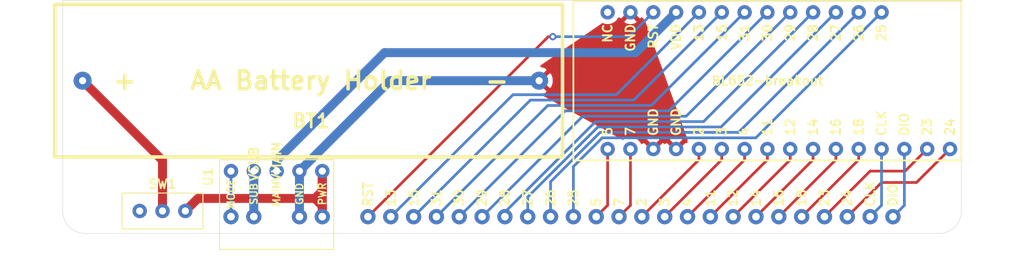
<source format=kicad_pcb>
(kicad_pcb (version 20171130) (host pcbnew "(5.1.0)-1")

  (general
    (thickness 1.6)
    (drawings 6)
    (tracks 86)
    (zones 0)
    (modules 34)
    (nets 31)
  )

  (page A4)
  (layers
    (0 F.Cu signal)
    (31 B.Cu signal)
    (32 B.Adhes user)
    (33 F.Adhes user)
    (34 B.Paste user)
    (35 F.Paste user)
    (36 B.SilkS user)
    (37 F.SilkS user)
    (38 B.Mask user)
    (39 F.Mask user)
    (40 Dwgs.User user)
    (41 Cmts.User user)
    (42 Eco1.User user)
    (43 Eco2.User user)
    (44 Edge.Cuts user)
    (45 Margin user)
    (46 B.CrtYd user)
    (47 F.CrtYd user)
    (48 B.Fab user)
    (49 F.Fab user)
  )

  (setup
    (last_trace_width 0.3)
    (trace_clearance 0.3)
    (zone_clearance 0.508)
    (zone_45_only no)
    (trace_min 0.2)
    (via_size 0.8)
    (via_drill 0.4)
    (via_min_size 0.4)
    (via_min_drill 0.3)
    (uvia_size 0.3)
    (uvia_drill 0.1)
    (uvias_allowed no)
    (uvia_min_size 0.2)
    (uvia_min_drill 0.1)
    (edge_width 0.05)
    (segment_width 0.2)
    (pcb_text_width 0.3)
    (pcb_text_size 1.5 1.5)
    (mod_edge_width 0.12)
    (mod_text_size 1 1)
    (mod_text_width 0.15)
    (pad_size 1.524 1.524)
    (pad_drill 0.762)
    (pad_to_mask_clearance 0.051)
    (solder_mask_min_width 0.25)
    (aux_axis_origin 101.93 99.58)
    (grid_origin 201.93 73.58)
    (visible_elements 7FFFFF7F)
    (pcbplotparams
      (layerselection 0x010fc_ffffffff)
      (usegerberextensions true)
      (usegerberattributes false)
      (usegerberadvancedattributes false)
      (creategerberjobfile false)
      (excludeedgelayer true)
      (linewidth 0.100000)
      (plotframeref false)
      (viasonmask false)
      (mode 1)
      (useauxorigin false)
      (hpglpennumber 1)
      (hpglpenspeed 20)
      (hpglpendiameter 15.000000)
      (psnegative false)
      (psa4output false)
      (plotreference true)
      (plotvalue true)
      (plotinvisibletext false)
      (padsonsilk false)
      (subtractmaskfromsilk true)
      (outputformat 1)
      (mirror false)
      (drillshape 0)
      (scaleselection 1)
      (outputdirectory "Gerber/"))
  )

  (net 0 "")
  (net 1 GND)
  (net 2 VSUB)
  (net 3 MODE)
  (net 4 25)
  (net 5 26)
  (net 6 27)
  (net 7 28)
  (net 8 29)
  (net 9 30)
  (net 10 31)
  (net 11 15)
  (net 12 13)
  (net 13 RST)
  (net 14 24)
  (net 15 23)
  (net 16 DIO)
  (net 17 CLK)
  (net 18 18)
  (net 19 16)
  (net 20 14)
  (net 21 12)
  (net 22 11)
  (net 23 4)
  (net 24 3)
  (net 25 2)
  (net 26 7)
  (net 27 5)
  (net 28 VDD)
  (net 29 "Net-(BT1-Pad1)")
  (net 30 PWR)

  (net_class Default "これはデフォルトのネット クラスです。"
    (clearance 0.3)
    (trace_width 0.3)
    (via_dia 0.8)
    (via_drill 0.4)
    (uvia_dia 0.3)
    (uvia_drill 0.1)
    (add_net 11)
    (add_net 12)
    (add_net 13)
    (add_net 14)
    (add_net 15)
    (add_net 16)
    (add_net 18)
    (add_net 2)
    (add_net 23)
    (add_net 24)
    (add_net 25)
    (add_net 26)
    (add_net 27)
    (add_net 28)
    (add_net 29)
    (add_net 3)
    (add_net 30)
    (add_net 31)
    (add_net 4)
    (add_net 5)
    (add_net 7)
    (add_net CLK)
    (add_net DIO)
    (add_net MODE)
    (add_net RST)
  )

  (net_class 1mm ""
    (clearance 0.3)
    (trace_width 1)
    (via_dia 0.8)
    (via_drill 0.4)
    (uvia_dia 0.3)
    (uvia_drill 0.1)
    (add_net GND)
    (add_net "Net-(BT1-Pad1)")
    (add_net PWR)
    (add_net VDD)
    (add_net VSUB)
  )

  (module Footprints:TPS610986-module (layer F.Cu) (tedit 5CA068E6) (tstamp 5CA081F6)
    (at 125.73 92.63 180)
    (path /5C9C4D0E)
    (fp_text reference U1 (at 7.62 -0.635 270) (layer F.SilkS)
      (effects (font (size 1 1) (thickness 0.2)))
    )
    (fp_text value TPS610986-module (at 0 -10.16 180) (layer F.Fab)
      (effects (font (size 1 1) (thickness 0.15)))
    )
    (fp_line (start 6.35 -8.73) (end -6.35 -8.73) (layer F.SilkS) (width 0.12))
    (fp_line (start 6.35 1.27) (end 6.35 -8.73) (layer F.SilkS) (width 0.12))
    (fp_line (start -6.35 1.27) (end -6.35 -8.73) (layer F.SilkS) (width 0.12))
    (fp_line (start -6.35 1.27) (end 6.35 1.27) (layer F.SilkS) (width 0.12))
    (fp_text user MODE (at 5.08 -2.54 270) (layer F.SilkS)
      (effects (font (size 0.8 0.8) (thickness 0.16)))
    )
    (fp_text user VSUB (at 2.54 -1.27 270) (layer F.SilkS)
      (effects (font (size 1 1) (thickness 0.2)) (justify left))
    )
    (fp_text user VMAIN (at 0 -1.27 270) (layer F.SilkS)
      (effects (font (size 1 1) (thickness 0.2)) (justify left))
    )
    (fp_text user GND (at -2.54 -2.54 270) (layer F.SilkS)
      (effects (font (size 0.8 0.8) (thickness 0.16)))
    )
    (fp_text user PWR (at -5.08 -2.54 270) (layer F.SilkS)
      (effects (font (size 0.8 0.8) (thickness 0.16)))
    )
    (fp_text user SUB (at 2.54 -2.54 270) (layer F.SilkS)
      (effects (font (size 0.8 0.8) (thickness 0.16)))
    )
    (fp_text user MAIN (at 0 -2.54 270) (layer F.SilkS)
      (effects (font (size 0.8 0.8) (thickness 0.16)))
    )
    (pad 5 thru_hole circle (at 5.08 0 180) (size 1.6 1.6) (drill 0.8) (layers *.Cu *.Mask)
      (net 3 MODE))
    (pad 4 thru_hole circle (at 2.54 0 180) (size 1.6 1.6) (drill 0.8) (layers *.Cu *.Mask)
      (net 2 VSUB))
    (pad 3 thru_hole circle (at 0 0 180) (size 1.6 1.6) (drill 0.8) (layers *.Cu *.Mask)
      (net 28 VDD))
    (pad 2 thru_hole circle (at -2.54 0 180) (size 1.6 1.6) (drill 0.8) (layers *.Cu *.Mask)
      (net 1 GND))
    (pad 1 thru_hole circle (at -5.08 0 180) (size 1.6 1.6) (drill 0.8) (layers *.Cu *.Mask)
      (net 30 PWR))
  )

  (module Footprints:Wirepad (layer F.Cu) (tedit 5CA02369) (tstamp 5CA0623B)
    (at 194.31 97.71)
    (path /5C9FA662)
    (fp_text reference J19 (at 0 1.778) (layer F.SilkS) hide
      (effects (font (size 1 1) (thickness 0.15)))
    )
    (fp_text value DIO (at 0 -1 90) (layer F.SilkS)
      (effects (font (size 1 1) (thickness 0.2)) (justify left))
    )
    (pad 1 thru_hole circle (at 0 0) (size 1.7 1.7) (drill 0.85) (layers *.Cu *.Mask)
      (net 16 DIO))
  )

  (module Footprints:Wirepad (layer F.Cu) (tedit 5CA02369) (tstamp 5CA06272)
    (at 161.29 97.71)
    (path /5CA037D7)
    (fp_text reference J30 (at 0 1.778) (layer F.SilkS) hide
      (effects (font (size 1 1) (thickness 0.15)))
    )
    (fp_text value 5 (at 0 -1 90) (layer F.SilkS)
      (effects (font (size 1 1) (thickness 0.2)) (justify left))
    )
    (pad 1 thru_hole circle (at 0 0) (size 1.7 1.7) (drill 0.85) (layers *.Cu *.Mask)
      (net 27 5))
  )

  (module Footprints:Wirepad (layer F.Cu) (tedit 5CA02369) (tstamp 5CA0626D)
    (at 163.83 97.71)
    (path /5CA037CD)
    (fp_text reference J29 (at 0 1.778) (layer F.SilkS) hide
      (effects (font (size 1 1) (thickness 0.15)))
    )
    (fp_text value 7 (at 0 -1 90) (layer F.SilkS)
      (effects (font (size 1 1) (thickness 0.2)) (justify left))
    )
    (pad 1 thru_hole circle (at 0 0) (size 1.7 1.7) (drill 0.85) (layers *.Cu *.Mask)
      (net 26 7))
  )

  (module Footprints:Wirepad (layer F.Cu) (tedit 5CA02369) (tstamp 5CA06268)
    (at 166.37 97.71)
    (path /5C9FFF7D)
    (fp_text reference J28 (at 0 1.778) (layer F.SilkS) hide
      (effects (font (size 1 1) (thickness 0.15)))
    )
    (fp_text value 2 (at 0 -1 90) (layer F.SilkS)
      (effects (font (size 1 1) (thickness 0.2)) (justify left))
    )
    (pad 1 thru_hole circle (at 0 0) (size 1.7 1.7) (drill 0.85) (layers *.Cu *.Mask)
      (net 25 2))
  )

  (module Footprints:Wirepad (layer F.Cu) (tedit 5CA02369) (tstamp 5CA06263)
    (at 168.91 97.71)
    (path /5C9FFF73)
    (fp_text reference J27 (at 0 1.778) (layer F.SilkS) hide
      (effects (font (size 1 1) (thickness 0.15)))
    )
    (fp_text value 3 (at 0 -1 90) (layer F.SilkS)
      (effects (font (size 1 1) (thickness 0.2)) (justify left))
    )
    (pad 1 thru_hole circle (at 0 0) (size 1.7 1.7) (drill 0.85) (layers *.Cu *.Mask)
      (net 24 3))
  )

  (module Footprints:Wirepad (layer F.Cu) (tedit 5CA02369) (tstamp 5CA0625E)
    (at 171.45 97.71)
    (path /5C9FFF65)
    (fp_text reference J26 (at 0 1.778) (layer F.SilkS) hide
      (effects (font (size 1 1) (thickness 0.15)))
    )
    (fp_text value 4 (at 0 -1 90) (layer F.SilkS)
      (effects (font (size 1 1) (thickness 0.2)) (justify left))
    )
    (pad 1 thru_hole circle (at 0 0) (size 1.7 1.7) (drill 0.85) (layers *.Cu *.Mask)
      (net 23 4))
  )

  (module Footprints:Wirepad (layer F.Cu) (tedit 5CA02369) (tstamp 5CA06259)
    (at 173.99 97.71)
    (path /5C9FFF5B)
    (fp_text reference J25 (at 0 1.778) (layer F.SilkS) hide
      (effects (font (size 1 1) (thickness 0.15)))
    )
    (fp_text value 11 (at 0 -1 90) (layer F.SilkS)
      (effects (font (size 1 1) (thickness 0.2)) (justify left))
    )
    (pad 1 thru_hole circle (at 0 0) (size 1.7 1.7) (drill 0.85) (layers *.Cu *.Mask)
      (net 22 11))
  )

  (module Footprints:Wirepad (layer F.Cu) (tedit 5CA02369) (tstamp 5CA06254)
    (at 176.53 97.71)
    (path /5C9FE479)
    (fp_text reference J24 (at 0 1.778) (layer F.SilkS) hide
      (effects (font (size 1 1) (thickness 0.15)))
    )
    (fp_text value 12 (at 0 -1 90) (layer F.SilkS)
      (effects (font (size 1 1) (thickness 0.2)) (justify left))
    )
    (pad 1 thru_hole circle (at 0 0) (size 1.7 1.7) (drill 0.85) (layers *.Cu *.Mask)
      (net 21 12))
  )

  (module Footprints:Wirepad (layer F.Cu) (tedit 5CA02369) (tstamp 5CA0624F)
    (at 179.07 97.71)
    (path /5C9FE46F)
    (fp_text reference J23 (at 0 1.778) (layer F.SilkS) hide
      (effects (font (size 1 1) (thickness 0.15)))
    )
    (fp_text value 14 (at 0 -1 90) (layer F.SilkS)
      (effects (font (size 1 1) (thickness 0.2)) (justify left))
    )
    (pad 1 thru_hole circle (at 0 0) (size 1.7 1.7) (drill 0.85) (layers *.Cu *.Mask)
      (net 20 14))
  )

  (module Footprints:Wirepad (layer F.Cu) (tedit 5CA02369) (tstamp 5CA0624A)
    (at 181.61 97.71)
    (path /5C9FA684)
    (fp_text reference J22 (at 0 1.778) (layer F.SilkS) hide
      (effects (font (size 1 1) (thickness 0.15)))
    )
    (fp_text value 16 (at 0 -1 90) (layer F.SilkS)
      (effects (font (size 1 1) (thickness 0.2)) (justify left))
    )
    (pad 1 thru_hole circle (at 0 0) (size 1.7 1.7) (drill 0.85) (layers *.Cu *.Mask)
      (net 19 16))
  )

  (module Footprints:Wirepad (layer F.Cu) (tedit 5CA02369) (tstamp 5CA06245)
    (at 184.15 97.71)
    (path /5C9FA67A)
    (fp_text reference J21 (at 0 1.778) (layer F.SilkS) hide
      (effects (font (size 1 1) (thickness 0.15)))
    )
    (fp_text value 18 (at 0 -1 90) (layer F.SilkS)
      (effects (font (size 1 1) (thickness 0.2)) (justify left))
    )
    (pad 1 thru_hole circle (at 0 0) (size 1.7 1.7) (drill 0.85) (layers *.Cu *.Mask)
      (net 18 18))
  )

  (module Footprints:Wirepad (layer F.Cu) (tedit 5CA02369) (tstamp 5CA06240)
    (at 191.77 97.71)
    (path /5C9FA66C)
    (fp_text reference J20 (at 0 1.778) (layer F.SilkS) hide
      (effects (font (size 1 1) (thickness 0.15)))
    )
    (fp_text value CLK (at 0 -1 90) (layer F.SilkS)
      (effects (font (size 1 1) (thickness 0.2)) (justify left))
    )
    (pad 1 thru_hole circle (at 0 0) (size 1.7 1.7) (drill 0.85) (layers *.Cu *.Mask)
      (net 17 CLK))
  )

  (module Footprints:Wirepad (layer F.Cu) (tedit 5CA02369) (tstamp 5CA06236)
    (at 186.69 97.71)
    (path /5C9FA654)
    (fp_text reference J18 (at 0 1.778) (layer F.SilkS) hide
      (effects (font (size 1 1) (thickness 0.15)))
    )
    (fp_text value 23 (at 0 -1 90) (layer F.SilkS)
      (effects (font (size 1 1) (thickness 0.2)) (justify left))
    )
    (pad 1 thru_hole circle (at 0 0) (size 1.7 1.7) (drill 0.85) (layers *.Cu *.Mask)
      (net 15 23))
  )

  (module Footprints:Wirepad (layer F.Cu) (tedit 5CA02369) (tstamp 5C9FAD4B)
    (at 189.23 97.71)
    (path /5C9FA64A)
    (fp_text reference J17 (at 0 1.778) (layer F.SilkS) hide
      (effects (font (size 1 1) (thickness 0.15)))
    )
    (fp_text value 24 (at 0 -1 90) (layer F.SilkS)
      (effects (font (size 1 1) (thickness 0.2)) (justify left))
    )
    (pad 1 thru_hole circle (at 0 0) (size 1.7 1.7) (drill 0.85) (layers *.Cu *.Mask)
      (net 14 24))
  )

  (module Footprints:Wirepad (layer F.Cu) (tedit 5CA02369) (tstamp 5CA0622C)
    (at 135.89 97.71)
    (path /5C9FA63C)
    (fp_text reference J16 (at 0 1.778) (layer F.SilkS) hide
      (effects (font (size 1 1) (thickness 0.15)))
    )
    (fp_text value RST (at 0 -1 90) (layer F.SilkS)
      (effects (font (size 1 1) (thickness 0.2)) (justify left))
    )
    (pad 1 thru_hole circle (at 0 0) (size 1.7 1.7) (drill 0.85) (layers *.Cu *.Mask)
      (net 13 RST))
  )

  (module Footprints:Wirepad (layer F.Cu) (tedit 5CA02369) (tstamp 5CA06227)
    (at 138.43 97.71)
    (path /5C9FA632)
    (fp_text reference J15 (at 0 1.778) (layer F.SilkS) hide
      (effects (font (size 1 1) (thickness 0.15)))
    )
    (fp_text value 13 (at 0 -1 90) (layer F.SilkS)
      (effects (font (size 1 1) (thickness 0.2)) (justify left))
    )
    (pad 1 thru_hole circle (at 0 0) (size 1.7 1.7) (drill 0.85) (layers *.Cu *.Mask)
      (net 12 13))
  )

  (module Footprints:Wirepad (layer F.Cu) (tedit 5CA02369) (tstamp 5CA06222)
    (at 140.97 97.71)
    (path /5C9F8992)
    (fp_text reference J14 (at 0 1.778) (layer F.SilkS) hide
      (effects (font (size 1 1) (thickness 0.15)))
    )
    (fp_text value 15 (at 0 -1 90) (layer F.SilkS)
      (effects (font (size 1 1) (thickness 0.2)) (justify left))
    )
    (pad 1 thru_hole circle (at 0 0) (size 1.7 1.7) (drill 0.85) (layers *.Cu *.Mask)
      (net 11 15))
  )

  (module Footprints:Wirepad (layer F.Cu) (tedit 5CA02369) (tstamp 5CA0621D)
    (at 143.51 97.71)
    (path /5C9F8988)
    (fp_text reference J13 (at 0 1.778) (layer F.SilkS) hide
      (effects (font (size 1 1) (thickness 0.15)))
    )
    (fp_text value 31 (at 0 -1 90) (layer F.SilkS)
      (effects (font (size 1 1) (thickness 0.2)) (justify left))
    )
    (pad 1 thru_hole circle (at 0 0) (size 1.7 1.7) (drill 0.85) (layers *.Cu *.Mask)
      (net 10 31))
  )

  (module Footprints:Wirepad (layer F.Cu) (tedit 5CA02369) (tstamp 5CA06218)
    (at 146.05 97.71)
    (path /5C9F897A)
    (fp_text reference J12 (at 0 1.778) (layer F.SilkS) hide
      (effects (font (size 1 1) (thickness 0.15)))
    )
    (fp_text value 30 (at 0 -1 90) (layer F.SilkS)
      (effects (font (size 1 1) (thickness 0.2)) (justify left))
    )
    (pad 1 thru_hole circle (at 0 0) (size 1.7 1.7) (drill 0.85) (layers *.Cu *.Mask)
      (net 9 30))
  )

  (module Footprints:Wirepad (layer F.Cu) (tedit 5CA02369) (tstamp 5CA06213)
    (at 148.59 97.71)
    (path /5C9F8970)
    (fp_text reference J11 (at 0 1.778) (layer F.SilkS) hide
      (effects (font (size 1 1) (thickness 0.15)))
    )
    (fp_text value 29 (at 0 -1 90) (layer F.SilkS)
      (effects (font (size 1 1) (thickness 0.2)) (justify left))
    )
    (pad 1 thru_hole circle (at 0 0) (size 1.7 1.7) (drill 0.85) (layers *.Cu *.Mask)
      (net 8 29))
  )

  (module Footprints:Wirepad (layer F.Cu) (tedit 5CA02369) (tstamp 5CA0620E)
    (at 151.13 97.71)
    (path /5C9F790F)
    (fp_text reference J10 (at 0 1.778) (layer F.SilkS) hide
      (effects (font (size 1 1) (thickness 0.15)))
    )
    (fp_text value 28 (at 0 -1 90) (layer F.SilkS)
      (effects (font (size 1 1) (thickness 0.2)) (justify left))
    )
    (pad 1 thru_hole circle (at 0 0) (size 1.7 1.7) (drill 0.85) (layers *.Cu *.Mask)
      (net 7 28))
  )

  (module Footprints:Wirepad (layer F.Cu) (tedit 5CA02369) (tstamp 5CA06209)
    (at 153.67 97.71)
    (path /5C9F7905)
    (fp_text reference J9 (at 0 1.778) (layer F.SilkS) hide
      (effects (font (size 1 1) (thickness 0.15)))
    )
    (fp_text value 27 (at 0 -1 90) (layer F.SilkS)
      (effects (font (size 1 1) (thickness 0.2)) (justify left))
    )
    (pad 1 thru_hole circle (at 0 0) (size 1.7 1.7) (drill 0.85) (layers *.Cu *.Mask)
      (net 6 27))
  )

  (module Footprints:Wirepad (layer F.Cu) (tedit 5CA02369) (tstamp 5CA06204)
    (at 156.21 97.71)
    (path /5C9D101F)
    (fp_text reference J8 (at 0 1.778) (layer F.SilkS) hide
      (effects (font (size 1 1) (thickness 0.15)))
    )
    (fp_text value 26 (at 0 -1 90) (layer F.SilkS)
      (effects (font (size 1 1) (thickness 0.2)) (justify left))
    )
    (pad 1 thru_hole circle (at 0 0) (size 1.7 1.7) (drill 0.85) (layers *.Cu *.Mask)
      (net 5 26))
  )

  (module Footprints:Wirepad (layer F.Cu) (tedit 5CA02369) (tstamp 5CA061FF)
    (at 158.75 97.71)
    (path /5C9CF4AC)
    (fp_text reference J7 (at 0 1.778) (layer F.SilkS) hide
      (effects (font (size 1 1) (thickness 0.15)))
    )
    (fp_text value 25 (at 0 -1 90) (layer F.SilkS)
      (effects (font (size 1 1) (thickness 0.2)) (justify left))
    )
    (pad 1 thru_hole circle (at 0 0) (size 1.7 1.7) (drill 0.85) (layers *.Cu *.Mask)
      (net 4 25))
  )

  (module Footprints:Wirepad (layer F.Cu) (tedit 5CA02369) (tstamp 5CA061FA)
    (at 128.27 97.71)
    (path /5CA240FF)
    (fp_text reference J6 (at 0 1.778) (layer F.SilkS) hide
      (effects (font (size 1 1) (thickness 0.15)))
    )
    (fp_text value GND (at 0 -1 90) (layer F.SilkS) hide
      (effects (font (size 1 1) (thickness 0.2)) (justify left))
    )
    (pad 1 thru_hole circle (at 0 0) (size 1.7 1.7) (drill 0.85) (layers *.Cu *.Mask)
      (net 1 GND))
  )

  (module Footprints:Wirepad (layer F.Cu) (tedit 5CA02369) (tstamp 5CA061F5)
    (at 120.65 97.71)
    (path /5CA1EF43)
    (fp_text reference J5 (at 0 1.778) (layer F.SilkS) hide
      (effects (font (size 1 1) (thickness 0.15)))
    )
    (fp_text value MODE (at 0 -1 90) (layer F.SilkS) hide
      (effects (font (size 1 1) (thickness 0.2)) (justify left))
    )
    (pad 1 thru_hole circle (at 0 0) (size 1.7 1.7) (drill 0.85) (layers *.Cu *.Mask)
      (net 3 MODE))
  )

  (module Footprints:Wirepad (layer F.Cu) (tedit 5CA02369) (tstamp 5CA061F0)
    (at 123.19 97.71)
    (path /5CA1EF71)
    (fp_text reference J4 (at 0 1.778) (layer F.SilkS) hide
      (effects (font (size 1 1) (thickness 0.15)))
    )
    (fp_text value VSUB (at 0 -1 90) (layer F.SilkS) hide
      (effects (font (size 1 1) (thickness 0.2)) (justify left))
    )
    (pad 1 thru_hole circle (at 0 0) (size 1.7 1.7) (drill 0.85) (layers *.Cu *.Mask)
      (net 2 VSUB))
  )

  (module Footprints:Wirepad (layer F.Cu) (tedit 5CA02369) (tstamp 5CA061EB)
    (at 130.81 97.71)
    (path /5CA1EF35)
    (fp_text reference J3 (at 0 1.778) (layer F.SilkS) hide
      (effects (font (size 1 1) (thickness 0.15)))
    )
    (fp_text value PWR (at 0 -1 90) (layer F.SilkS) hide
      (effects (font (size 1 1) (thickness 0.2)) (justify left))
    )
    (pad 1 thru_hole circle (at 0 0) (size 1.7 1.7) (drill 0.85) (layers *.Cu *.Mask)
      (net 30 PWR))
  )

  (module Footprints:SW_SPDT (layer F.Cu) (tedit 5CA022D2) (tstamp 5C9FADFE)
    (at 113.03 97.075 180)
    (path /5C9CA6B6)
    (fp_text reference SW1 (at 0 3 180) (layer F.SilkS)
      (effects (font (size 1 1) (thickness 0.2)))
    )
    (fp_text value SW_SPDT (at 0 -2.032 180) (layer F.Fab)
      (effects (font (size 1 1) (thickness 0.15)))
    )
    (fp_line (start 4.5 -2) (end -4.5 -2) (layer F.SilkS) (width 0.12))
    (fp_line (start 4.5 2) (end 4.5 -2) (layer F.SilkS) (width 0.12))
    (fp_line (start -4.5 2) (end 4.5 2) (layer F.SilkS) (width 0.12))
    (fp_line (start -4.5 -2) (end -4.5 2) (layer F.SilkS) (width 0.12))
    (pad 3 thru_hole circle (at 2.54 0 180) (size 1.6 1.6) (drill 0.8) (layers *.Cu *.Mask))
    (pad 2 thru_hole circle (at 0 0 180) (size 1.6 1.6) (drill 0.8) (layers *.Cu *.Mask)
      (net 29 "Net-(BT1-Pad1)"))
    (pad 1 thru_hole circle (at -2.54 0 180) (size 1.6 1.6) (drill 0.8) (layers *.Cu *.Mask)
      (net 30 PWR))
  )

  (module Footprints:BH-311-1P24 (layer F.Cu) (tedit 5CA02254) (tstamp 5CA061DC)
    (at 129.54 82.55)
    (path /5C9C3440)
    (fp_text reference BT1 (at 0 4.5) (layer F.SilkS)
      (effects (font (size 1.5 1.5) (thickness 0.3)))
    )
    (fp_text value Battery_Cell (at 0 -3.5) (layer F.Fab)
      (effects (font (size 1 1) (thickness 0.15)))
    )
    (fp_text user "+    AA Battery Holder    -" (at 0 0) (layer F.SilkS)
      (effects (font (size 2 2) (thickness 0.4)))
    )
    (fp_line (start 28 -8.5) (end -28.5 -8.5) (layer F.SilkS) (width 0.4))
    (fp_line (start 28 8.5) (end 28 -8.5) (layer F.SilkS) (width 0.4))
    (fp_line (start -28.5 8.5) (end 28 8.5) (layer F.SilkS) (width 0.4))
    (fp_line (start -28.5 -8.5) (end -28.5 8.5) (layer F.SilkS) (width 0.4))
    (pad 2 thru_hole circle (at 25.4 0) (size 2 2) (drill 0.8) (layers *.Cu *.Mask)
      (net 1 GND))
    (pad 1 thru_hole circle (at -25.4 0) (size 2 2) (drill 0.8) (layers *.Cu *.Mask)
      (net 29 "Net-(BT1-Pad1)"))
  )

  (module MountingHole:MountingHole_2.2mm_M2 (layer F.Cu) (tedit 56D1B4CB) (tstamp 5C9FB0C0)
    (at 199.43 97.08)
    (descr "Mounting Hole 2.2mm, no annular, M2")
    (tags "mounting hole 2.2mm no annular m2")
    (attr virtual)
    (fp_text reference REF2 (at 0 -3.2) (layer F.SilkS) hide
      (effects (font (size 1 1) (thickness 0.15)))
    )
    (fp_text value MountingHole_2.2mm_M2 (at 0 3.2) (layer F.Fab)
      (effects (font (size 1 1) (thickness 0.15)))
    )
    (fp_circle (center 0 0) (end 2.45 0) (layer F.CrtYd) (width 0.05))
    (fp_circle (center 0 0) (end 2.2 0) (layer Cmts.User) (width 0.15))
    (fp_text user %R (at 0.3 0) (layer F.Fab)
      (effects (font (size 1 1) (thickness 0.15)))
    )
    (pad 1 np_thru_hole circle (at 0 0) (size 2.2 2.2) (drill 2.2) (layers *.Cu *.Mask))
  )

  (module MountingHole:MountingHole_2.2mm_M2 (layer F.Cu) (tedit 56D1B4CB) (tstamp 5C9FB080)
    (at 104.43 97.08)
    (descr "Mounting Hole 2.2mm, no annular, M2")
    (tags "mounting hole 2.2mm no annular m2")
    (attr virtual)
    (fp_text reference REF1 (at 0 -3.2) (layer F.SilkS) hide
      (effects (font (size 1 1) (thickness 0.15)))
    )
    (fp_text value MountingHole_2.2mm_M2 (at 0 3.2) (layer F.Fab)
      (effects (font (size 1 1) (thickness 0.15)))
    )
    (fp_circle (center 0 0) (end 2.45 0) (layer F.CrtYd) (width 0.05))
    (fp_circle (center 0 0) (end 2.2 0) (layer Cmts.User) (width 0.15))
    (fp_text user %R (at 0.3 0) (layer F.Fab)
      (effects (font (size 1 1) (thickness 0.15)))
    )
    (pad 1 np_thru_hole circle (at 0 0) (size 2.2 2.2) (drill 2.2) (layers *.Cu *.Mask))
  )

  (module Footprints:BL652-breakout (layer F.Cu) (tedit 5AB78355) (tstamp 5C9F826C)
    (at 180.34 82.55 270)
    (path /5C9B728F)
    (fp_text reference U2 (at 0 -20.32 270) (layer F.Fab)
      (effects (font (size 1 1) (thickness 0.2)))
    )
    (fp_text value BL652-breakout (at 0 0) (layer F.SilkS)
      (effects (font (size 1 1) (thickness 0.2)))
    )
    (fp_line (start -8.89 -21.59) (end 8.89 -21.59) (layer F.CrtYd) (width 0.15))
    (fp_line (start -8.89 21.59) (end -8.89 -21.59) (layer F.CrtYd) (width 0.15))
    (fp_line (start 8.89 21.59) (end -8.89 21.59) (layer F.CrtYd) (width 0.15))
    (fp_line (start 8.89 -21.59) (end 8.89 21.59) (layer F.CrtYd) (width 0.15))
    (fp_text user 25 (at -6.43 -12.7 270) (layer F.SilkS)
      (effects (font (size 1 1) (thickness 0.2)) (justify right))
    )
    (fp_text user 26 (at -6.43 -10.16 270) (layer F.SilkS)
      (effects (font (size 1 1) (thickness 0.2)) (justify right))
    )
    (fp_text user 27 (at -6.43 -7.62 270) (layer F.SilkS)
      (effects (font (size 1 1) (thickness 0.2)) (justify right))
    )
    (fp_text user 28 (at -6.43 -5.08 270) (layer F.SilkS)
      (effects (font (size 1 1) (thickness 0.2)) (justify right))
    )
    (fp_text user 29 (at -6.43 -2.54 270) (layer F.SilkS)
      (effects (font (size 1 1) (thickness 0.2)) (justify right))
    )
    (fp_text user 30 (at -6.43 0 270) (layer F.SilkS)
      (effects (font (size 1 1) (thickness 0.2)) (justify right))
    )
    (fp_text user 31 (at -6.43 2.54 270) (layer F.SilkS)
      (effects (font (size 1 1) (thickness 0.2)) (justify right))
    )
    (fp_text user 15 (at -6.43 5.08 270) (layer F.SilkS)
      (effects (font (size 1 1) (thickness 0.2)) (justify right))
    )
    (fp_text user 13 (at -6.43 7.62 270) (layer F.SilkS)
      (effects (font (size 1 1) (thickness 0.2)) (justify right))
    )
    (fp_text user VDD (at -6.43 10.16 270) (layer F.SilkS)
      (effects (font (size 1 1) (thickness 0.2)) (justify right))
    )
    (fp_text user RST (at -6.43 12.7 270) (layer F.SilkS)
      (effects (font (size 1 1) (thickness 0.2)) (justify right))
    )
    (fp_text user GND (at -6.43 15.24 270) (layer F.SilkS)
      (effects (font (size 1 1) (thickness 0.2)) (justify right))
    )
    (fp_text user NC (at -6.43 17.78 270) (layer F.SilkS)
      (effects (font (size 1 1) (thickness 0.2)) (justify right))
    )
    (fp_text user 24 (at 6.27 -20.32 270) (layer F.SilkS)
      (effects (font (size 1 1) (thickness 0.2)) (justify left))
    )
    (fp_text user 23 (at 6.27 -17.78 270) (layer F.SilkS)
      (effects (font (size 1 1) (thickness 0.2)) (justify left))
    )
    (fp_text user DIO (at 6.27 -15.24 270) (layer F.SilkS)
      (effects (font (size 1 1) (thickness 0.2)) (justify left))
    )
    (fp_text user CLK (at 6.27 -12.7 270) (layer F.SilkS)
      (effects (font (size 1 1) (thickness 0.2)) (justify left))
    )
    (fp_text user 18 (at 6.27 -10.16 270) (layer F.SilkS)
      (effects (font (size 1 1) (thickness 0.2)) (justify left))
    )
    (fp_text user 16 (at 6.27 -7.62 270) (layer F.SilkS)
      (effects (font (size 1 1) (thickness 0.2)) (justify left))
    )
    (fp_text user 14 (at 6.27 -5.08 270) (layer F.SilkS)
      (effects (font (size 1 1) (thickness 0.2)) (justify left))
    )
    (fp_text user 12 (at 6.27 -2.54 270) (layer F.SilkS)
      (effects (font (size 1 1) (thickness 0.2)) (justify left))
    )
    (fp_text user 11 (at 6.27 0 270) (layer F.SilkS)
      (effects (font (size 1 1) (thickness 0.2)) (justify left))
    )
    (fp_text user 4 (at 6.27 2.54 270) (layer F.SilkS)
      (effects (font (size 1 1) (thickness 0.2)) (justify left))
    )
    (fp_text user 3 (at 6.27 5.08 270) (layer F.SilkS)
      (effects (font (size 1 1) (thickness 0.2)) (justify left))
    )
    (fp_text user 2 (at 6.27 7.62 270) (layer F.SilkS)
      (effects (font (size 1 1) (thickness 0.2)) (justify left))
    )
    (fp_text user GND (at 6.27 10.16 270) (layer F.SilkS)
      (effects (font (size 1 1) (thickness 0.2)) (justify left))
    )
    (fp_text user GND (at 6.27 12.7 270) (layer F.SilkS)
      (effects (font (size 1 1) (thickness 0.2)) (justify left))
    )
    (fp_text user 7 (at 6.27 15.24 270) (layer F.SilkS)
      (effects (font (size 1 1) (thickness 0.2)) (justify left))
    )
    (fp_text user 5 (at 6.27 17.78 270) (layer F.SilkS)
      (effects (font (size 1 1) (thickness 0.2)) (justify left))
    )
    (fp_line (start -8.89 21.59) (end -8.89 -21.59) (layer F.SilkS) (width 0.2))
    (fp_line (start 8.89 21.59) (end -8.89 21.59) (layer F.SilkS) (width 0.2))
    (fp_line (start 8.89 -21.59) (end 8.89 21.59) (layer F.SilkS) (width 0.2))
    (fp_line (start -8.89 -21.59) (end 8.89 -21.59) (layer F.SilkS) (width 0.2))
    (pad 35 thru_hole circle (at 7.62 -20.32 270) (size 1.6 1.6) (drill 0.8) (layers *.Cu *.Mask)
      (net 14 24))
    (pad 34 thru_hole circle (at 7.62 -17.78 270) (size 1.6 1.6) (drill 0.8) (layers *.Cu *.Mask)
      (net 15 23))
    (pad 33 thru_hole circle (at 7.62 -15.24 270) (size 1.6 1.6) (drill 0.8) (layers *.Cu *.Mask)
      (net 16 DIO))
    (pad 32 thru_hole circle (at 7.62 -12.7 270) (size 1.6 1.6) (drill 0.8) (layers *.Cu *.Mask)
      (net 17 CLK))
    (pad 31 thru_hole circle (at 7.62 -10.16 270) (size 1.6 1.6) (drill 0.8) (layers *.Cu *.Mask)
      (net 18 18))
    (pad 30 thru_hole circle (at 7.62 -7.62 270) (size 1.6 1.6) (drill 0.8) (layers *.Cu *.Mask)
      (net 19 16))
    (pad 29 thru_hole circle (at 7.62 -5.08 270) (size 1.6 1.6) (drill 0.8) (layers *.Cu *.Mask)
      (net 20 14))
    (pad 28 thru_hole circle (at 7.62 -2.54 270) (size 1.6 1.6) (drill 0.8) (layers *.Cu *.Mask)
      (net 21 12))
    (pad 27 thru_hole circle (at 7.62 0 270) (size 1.6 1.6) (drill 0.8) (layers *.Cu *.Mask)
      (net 22 11))
    (pad 26 thru_hole circle (at 7.62 2.54 270) (size 1.6 1.6) (drill 0.8) (layers *.Cu *.Mask)
      (net 23 4))
    (pad 25 thru_hole circle (at 7.62 5.08 270) (size 1.6 1.6) (drill 0.8) (layers *.Cu *.Mask)
      (net 24 3))
    (pad 24 thru_hole circle (at 7.62 7.62 270) (size 1.6 1.6) (drill 0.8) (layers *.Cu *.Mask)
      (net 25 2))
    (pad 23 thru_hole circle (at 7.62 10.16 270) (size 1.6 1.6) (drill 0.8) (layers *.Cu *.Mask)
      (net 1 GND))
    (pad 22 thru_hole circle (at 7.62 12.7 270) (size 1.6 1.6) (drill 0.8) (layers *.Cu *.Mask)
      (net 1 GND))
    (pad 21 thru_hole circle (at 7.62 15.24 270) (size 1.6 1.6) (drill 0.8) (layers *.Cu *.Mask)
      (net 26 7))
    (pad 20 thru_hole circle (at 7.62 17.78 270) (size 1.6 1.6) (drill 0.8) (layers *.Cu *.Mask)
      (net 27 5))
    (pad 13 thru_hole circle (at -7.62 17.78 270) (size 1.6 1.6) (drill 0.8) (layers *.Cu *.Mask))
    (pad 12 thru_hole circle (at -7.62 15.24 270) (size 1.6 1.6) (drill 0.8) (layers *.Cu *.Mask)
      (net 1 GND))
    (pad 11 thru_hole circle (at -7.62 12.7 270) (size 1.6 1.6) (drill 0.8) (layers *.Cu *.Mask)
      (net 13 RST))
    (pad 10 thru_hole circle (at -7.62 10.16 270) (size 1.6 1.6) (drill 0.8) (layers *.Cu *.Mask)
      (net 28 VDD))
    (pad 9 thru_hole circle (at -7.62 7.62 270) (size 1.6 1.6) (drill 0.8) (layers *.Cu *.Mask)
      (net 12 13))
    (pad 8 thru_hole circle (at -7.62 5.08 270) (size 1.6 1.6) (drill 0.8) (layers *.Cu *.Mask)
      (net 11 15))
    (pad 7 thru_hole circle (at -7.62 2.54 270) (size 1.6 1.6) (drill 0.8) (layers *.Cu *.Mask)
      (net 10 31))
    (pad 6 thru_hole circle (at -7.62 0 270) (size 1.6 1.6) (drill 0.8) (layers *.Cu *.Mask)
      (net 9 30))
    (pad 5 thru_hole circle (at -7.62 -2.54 270) (size 1.6 1.6) (drill 0.8) (layers *.Cu *.Mask)
      (net 8 29))
    (pad 4 thru_hole circle (at -7.62 -5.08 270) (size 1.6 1.6) (drill 0.8) (layers *.Cu *.Mask)
      (net 7 28))
    (pad 3 thru_hole circle (at -7.62 -7.62 270) (size 1.6 1.6) (drill 0.8) (layers *.Cu *.Mask)
      (net 6 27))
    (pad 2 thru_hole circle (at -7.62 -10.16 270) (size 1.6 1.6) (drill 0.8) (layers *.Cu *.Mask)
      (net 5 26))
    (pad 1 thru_hole circle (at -7.62 -12.7 270) (size 1.6 1.6) (drill 0.8) (layers *.Cu *.Mask)
      (net 4 25))
  )

  (gr_line (start 101.93 97.08) (end 101.93 73.58) (layer Edge.Cuts) (width 0.05) (tstamp 5C9FB915))
  (gr_arc (start 104.43 97.08) (end 101.93 97.08) (angle -90) (layer Edge.Cuts) (width 0.05))
  (gr_line (start 199.43 99.58) (end 104.43 99.58) (layer Edge.Cuts) (width 0.05))
  (gr_line (start 201.93 97.08) (end 201.93 73.58) (layer Edge.Cuts) (width 0.05) (tstamp 5C9FB910))
  (gr_arc (start 199.43 97.08) (end 199.43 99.58) (angle -90) (layer Edge.Cuts) (width 0.05))
  (gr_line (start 201.93 73.58) (end 101.93 73.58) (layer Edge.Cuts) (width 0.05))

  (segment (start 138.35 82.55) (end 154.94 82.55) (width 1) (layer B.Cu) (net 1) (status 20))
  (segment (start 128.27 92.63) (end 138.35 82.55) (width 1) (layer B.Cu) (net 1) (status 10))
  (segment (start 128.27 97.71) (end 128.27 92.63) (width 1) (layer B.Cu) (net 1) (status 30))
  (segment (start 123.19 92.63) (end 123.19 97.71) (width 1) (layer B.Cu) (net 2) (status 30))
  (segment (start 120.65 92.63) (end 120.65 97.71) (width 0.3) (layer B.Cu) (net 3) (status 30))
  (segment (start 179.050001 88.919999) (end 193.04 74.93) (width 0.3) (layer B.Cu) (net 4) (status 20))
  (segment (start 161.959999 88.919999) (end 179.050001 88.919999) (width 0.3) (layer B.Cu) (net 4))
  (segment (start 158.75 97.71) (end 158.75 92.129998) (width 0.3) (layer B.Cu) (net 4) (status 10))
  (segment (start 158.75 92.129998) (end 161.959999 88.919999) (width 0.3) (layer B.Cu) (net 4))
  (segment (start 177.118 88.312) (end 190.5 74.93) (width 0.3) (layer B.Cu) (net 5) (status 20))
  (segment (start 161.719456 88.312) (end 177.118 88.312) (width 0.3) (layer B.Cu) (net 5))
  (segment (start 156.21 97.71) (end 156.21 93.821456) (width 0.3) (layer B.Cu) (net 5) (status 10))
  (segment (start 156.21 93.821456) (end 161.719456 88.312) (width 0.3) (layer B.Cu) (net 5))
  (segment (start 175.17801 87.71199) (end 187.96 74.93) (width 0.3) (layer B.Cu) (net 6) (status 20))
  (segment (start 161.470924 87.71199) (end 175.17801 87.71199) (width 0.3) (layer B.Cu) (net 6))
  (segment (start 153.67 97.71) (end 153.67 95.512914) (width 0.3) (layer B.Cu) (net 6) (status 10))
  (segment (start 153.67 95.512914) (end 161.470924 87.71199) (width 0.3) (layer B.Cu) (net 6))
  (segment (start 151.13 97.202) (end 151.13 97.71) (width 0.3) (layer B.Cu) (net 7) (status 30))
  (segment (start 152.019 96.313) (end 151.13 97.202) (width 0.3) (layer B.Cu) (net 7) (status 20))
  (segment (start 152.021372 96.313) (end 152.019 96.313) (width 0.3) (layer B.Cu) (net 7))
  (segment (start 161.222391 87.111981) (end 152.021372 96.313) (width 0.3) (layer B.Cu) (net 7))
  (segment (start 185.42 74.93) (end 173.23802 87.11198) (width 0.3) (layer B.Cu) (net 7) (status 10))
  (segment (start 173.23802 87.11198) (end 161.222391 87.111981) (width 0.3) (layer B.Cu) (net 7))
  (segment (start 182.88 74.93) (end 171.298028 86.511972) (width 0.3) (layer B.Cu) (net 8) (status 10))
  (segment (start 159.788028 86.511972) (end 148.59 97.71) (width 0.3) (layer B.Cu) (net 8) (status 20))
  (segment (start 171.298028 86.511972) (end 159.788028 86.511972) (width 0.3) (layer B.Cu) (net 8))
  (segment (start 157.848038 85.911962) (end 146.05 97.71) (width 0.3) (layer B.Cu) (net 9) (status 20))
  (segment (start 169.358038 85.911962) (end 157.848038 85.911962) (width 0.3) (layer B.Cu) (net 9))
  (segment (start 180.34 74.93) (end 169.358038 85.911962) (width 0.3) (layer B.Cu) (net 9) (status 10))
  (segment (start 155.908048 85.311952) (end 143.51 97.71) (width 0.3) (layer B.Cu) (net 10) (status 20))
  (segment (start 167.418048 85.311952) (end 155.908048 85.311952) (width 0.3) (layer B.Cu) (net 10))
  (segment (start 177.8 74.93) (end 167.418048 85.311952) (width 0.3) (layer B.Cu) (net 10) (status 10))
  (segment (start 153.968058 84.711942) (end 140.97 97.71) (width 0.3) (layer B.Cu) (net 11) (status 20))
  (segment (start 165.478058 84.711942) (end 153.968058 84.711942) (width 0.3) (layer B.Cu) (net 11))
  (segment (start 175.26 74.93) (end 165.478058 84.711942) (width 0.3) (layer B.Cu) (net 11) (status 10))
  (segment (start 152.028068 84.111932) (end 138.43 97.71) (width 0.3) (layer B.Cu) (net 12) (status 20))
  (segment (start 163.538068 84.111932) (end 152.028068 84.111932) (width 0.3) (layer B.Cu) (net 12))
  (segment (start 172.72 74.93) (end 163.538068 84.111932) (width 0.3) (layer B.Cu) (net 12) (status 10))
  (via (at 156.464 77.644) (size 0.8) (drill 0.4) (layers F.Cu B.Cu) (net 13))
  (segment (start 135.89 97.71) (end 155.956 77.644) (width 0.3) (layer F.Cu) (net 13) (status 10))
  (segment (start 155.956 77.644) (end 156.464 77.644) (width 0.3) (layer F.Cu) (net 13))
  (segment (start 164.926 77.644) (end 167.64 74.93) (width 0.3) (layer B.Cu) (net 13) (status 20))
  (segment (start 156.464 77.644) (end 164.926 77.644) (width 0.3) (layer B.Cu) (net 13))
  (segment (start 196.93 93.9) (end 200.66 90.17) (width 0.3) (layer F.Cu) (net 14) (status 20))
  (segment (start 189.23 97.71) (end 193.04 93.9) (width 0.3) (layer F.Cu) (net 14) (status 10))
  (segment (start 193.04 93.9) (end 196.93 93.9) (width 0.3) (layer F.Cu) (net 14))
  (segment (start 195.66 92.63) (end 198.12 90.17) (width 0.3) (layer F.Cu) (net 15) (status 20))
  (segment (start 186.69 97.71) (end 191.77 92.63) (width 0.3) (layer F.Cu) (net 15) (status 10))
  (segment (start 191.77 92.63) (end 195.66 92.63) (width 0.3) (layer F.Cu) (net 15))
  (segment (start 195.58 96.44) (end 194.31 97.71) (width 0.3) (layer B.Cu) (net 16) (status 20))
  (segment (start 195.58 90.17) (end 195.58 96.44) (width 0.3) (layer B.Cu) (net 16) (status 10))
  (segment (start 193.04 96.44) (end 191.77 97.71) (width 0.3) (layer B.Cu) (net 17) (status 20))
  (segment (start 193.04 90.17) (end 193.04 96.44) (width 0.3) (layer B.Cu) (net 17) (status 10))
  (segment (start 190.5 91.36) (end 190.5 90.17) (width 0.3) (layer F.Cu) (net 18) (status 20))
  (segment (start 184.15 97.71) (end 190.5 91.36) (width 0.3) (layer F.Cu) (net 18) (status 10))
  (segment (start 187.96 91.36) (end 187.96 90.17) (width 0.3) (layer F.Cu) (net 19) (status 20))
  (segment (start 181.61 97.71) (end 187.96 91.36) (width 0.3) (layer F.Cu) (net 19) (status 10))
  (segment (start 185.42 91.36) (end 185.42 90.17) (width 0.3) (layer F.Cu) (net 20) (status 20))
  (segment (start 179.07 97.71) (end 185.42 91.36) (width 0.3) (layer F.Cu) (net 20) (status 10))
  (segment (start 182.88 91.36) (end 182.88 90.17) (width 0.3) (layer F.Cu) (net 21) (status 20))
  (segment (start 176.53 97.71) (end 182.88 91.36) (width 0.3) (layer F.Cu) (net 21) (status 10))
  (segment (start 180.34 91.36) (end 180.34 90.17) (width 0.3) (layer F.Cu) (net 22) (status 20))
  (segment (start 173.99 97.71) (end 180.34 91.36) (width 0.3) (layer F.Cu) (net 22) (status 10))
  (segment (start 177.8 91.36) (end 177.8 90.17) (width 0.3) (layer F.Cu) (net 23) (status 20))
  (segment (start 171.45 97.71) (end 177.8 91.36) (width 0.3) (layer F.Cu) (net 23) (status 10))
  (segment (start 175.26 91.36) (end 175.26 90.17) (width 0.3) (layer F.Cu) (net 24) (status 20))
  (segment (start 168.91 97.71) (end 175.26 91.36) (width 0.3) (layer F.Cu) (net 24) (status 10))
  (segment (start 172.72 91.36) (end 172.72 90.17) (width 0.3) (layer F.Cu) (net 25) (status 20))
  (segment (start 166.37 97.71) (end 172.72 91.36) (width 0.3) (layer F.Cu) (net 25) (status 10))
  (segment (start 165.1 96.44) (end 163.83 97.71) (width 0.3) (layer F.Cu) (net 26) (status 20))
  (segment (start 165.1 90.17) (end 165.1 96.44) (width 0.3) (layer F.Cu) (net 26) (status 10))
  (segment (start 162.56 96.44) (end 161.29 97.71) (width 0.3) (layer F.Cu) (net 27) (status 20))
  (segment (start 162.56 90.17) (end 162.56 96.44) (width 0.3) (layer F.Cu) (net 27) (status 10))
  (segment (start 125.73 91.427919) (end 137.735919 79.422) (width 1) (layer B.Cu) (net 28))
  (segment (start 125.73 92.63) (end 125.73 91.427919) (width 1) (layer B.Cu) (net 28) (status 10))
  (segment (start 165.688 79.422) (end 170.18 74.93) (width 1) (layer B.Cu) (net 28) (status 20))
  (segment (start 137.735919 79.422) (end 165.688 79.422) (width 1) (layer B.Cu) (net 28))
  (segment (start 113.03 91.44) (end 104.14 82.55) (width 1) (layer F.Cu) (net 29) (status 20))
  (segment (start 113.03 97.075) (end 113.03 91.44) (width 1) (layer F.Cu) (net 29) (status 10))
  (segment (start 130.81 96.507919) (end 129.980081 95.678) (width 1) (layer F.Cu) (net 30))
  (segment (start 130.81 97.71) (end 130.81 96.507919) (width 1) (layer F.Cu) (net 30) (status 10))
  (segment (start 116.967 95.678) (end 115.57 97.075) (width 1) (layer F.Cu) (net 30) (status 20))
  (segment (start 129.980081 95.678) (end 116.967 95.678) (width 1) (layer F.Cu) (net 30))
  (segment (start 130.81 97.71) (end 130.81 92.63) (width 1) (layer F.Cu) (net 30) (status 30))
  (segment (start 130.81 94.848081) (end 130.81 92.63) (width 1) (layer F.Cu) (net 30) (status 20))
  (segment (start 129.980081 95.678) (end 130.81 94.848081) (width 1) (layer F.Cu) (net 30))

  (zone (net 1) (net_name GND) (layer F.Cu) (tstamp 5CA0BB3C) (hatch edge 0.508)
    (connect_pads (clearance 0.508))
    (min_thickness 0.254)
    (fill yes (arc_segments 32) (thermal_gap 0.508) (thermal_bridge_width 0.508))
    (polygon
      (pts
        (xy 154.94 80.946) (xy 154.94 83.994) (xy 166.37 90.344) (xy 171.45 90.344) (xy 171.45 89.074)
        (xy 166.37 74.85) (xy 163.83 74.85)
      )
    )
    (filled_polygon
      (pts
        (xy 166.092702 75.743097) (xy 166.336671 75.671514) (xy 166.367194 75.607008) (xy 166.36832 75.609727) (xy 166.525363 75.844759)
        (xy 166.626555 75.945951) (xy 171.323 89.095998) (xy 171.323 89.401002) (xy 171.172702 89.356903) (xy 170.359605 90.17)
        (xy 170.373748 90.184143) (xy 170.34089 90.217) (xy 170.01911 90.217) (xy 169.986253 90.184143) (xy 170.000395 90.17)
        (xy 169.187298 89.356903) (xy 168.943329 89.428486) (xy 168.912029 89.494636) (xy 168.876671 89.428486) (xy 168.632702 89.356903)
        (xy 167.819605 90.17) (xy 167.833748 90.184143) (xy 167.80089 90.217) (xy 167.47911 90.217) (xy 167.446253 90.184143)
        (xy 167.460395 90.17) (xy 166.647298 89.356903) (xy 166.403329 89.428486) (xy 166.372806 89.492992) (xy 166.37168 89.490273)
        (xy 166.214637 89.255241) (xy 166.136694 89.177298) (xy 166.826903 89.177298) (xy 167.64 89.990395) (xy 168.453097 89.177298)
        (xy 169.366903 89.177298) (xy 170.18 89.990395) (xy 170.993097 89.177298) (xy 170.921514 88.933329) (xy 170.666004 88.812429)
        (xy 170.391816 88.7437) (xy 170.109488 88.729783) (xy 169.82987 88.771213) (xy 169.563708 88.866397) (xy 169.438486 88.933329)
        (xy 169.366903 89.177298) (xy 168.453097 89.177298) (xy 168.381514 88.933329) (xy 168.126004 88.812429) (xy 167.851816 88.7437)
        (xy 167.569488 88.729783) (xy 167.28987 88.771213) (xy 167.023708 88.866397) (xy 166.898486 88.933329) (xy 166.826903 89.177298)
        (xy 166.136694 89.177298) (xy 166.014759 89.055363) (xy 165.779727 88.89832) (xy 165.518574 88.790147) (xy 165.241335 88.735)
        (xy 164.958665 88.735) (xy 164.681426 88.790147) (xy 164.420273 88.89832) (xy 164.242771 89.016923) (xy 155.418456 84.114526)
        (xy 155.626088 84.042795) (xy 155.800044 83.949814) (xy 155.895808 83.685413) (xy 155.067 82.856605) (xy 155.067 82.55)
        (xy 155.119605 82.55) (xy 156.075413 83.505808) (xy 156.339814 83.410044) (xy 156.480704 83.120429) (xy 156.562384 82.808892)
        (xy 156.581718 82.487405) (xy 156.537961 82.168325) (xy 156.432795 81.863912) (xy 156.339814 81.689956) (xy 156.075413 81.594192)
        (xy 155.119605 82.55) (xy 155.067 82.55) (xy 155.067 82.243395) (xy 155.895808 81.414587) (xy 155.800044 81.150186)
        (xy 155.510429 81.009296) (xy 155.198892 80.927616) (xy 155.191986 80.927201) (xy 162.006887 76.254125) (xy 162.141426 76.309853)
        (xy 162.418665 76.365) (xy 162.701335 76.365) (xy 162.978574 76.309853) (xy 163.239727 76.20168) (xy 163.474759 76.044637)
        (xy 163.596694 75.922702) (xy 164.286903 75.922702) (xy 164.358486 76.166671) (xy 164.613996 76.287571) (xy 164.888184 76.3563)
        (xy 165.170512 76.370217) (xy 165.45013 76.328787) (xy 165.716292 76.233603) (xy 165.841514 76.166671) (xy 165.913097 75.922702)
        (xy 165.1 75.109605) (xy 164.286903 75.922702) (xy 163.596694 75.922702) (xy 163.674637 75.844759) (xy 163.830915 75.610872)
        (xy 163.863329 75.671514) (xy 164.107298 75.743097) (xy 164.873395 74.977) (xy 165.326605 74.977)
      )
    )
  )
)

</source>
